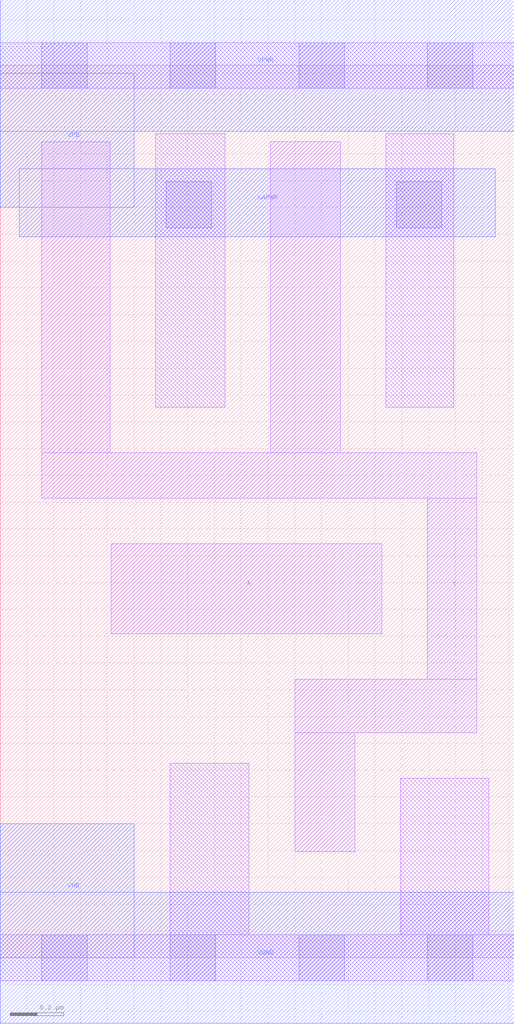
<source format=lef>
# Copyright 2020 The SkyWater PDK Authors
#
# Licensed under the Apache License, Version 2.0 (the "License");
# you may not use this file except in compliance with the License.
# You may obtain a copy of the License at
#
#     https://www.apache.org/licenses/LICENSE-2.0
#
# Unless required by applicable law or agreed to in writing, software
# distributed under the License is distributed on an "AS IS" BASIS,
# WITHOUT WARRANTIES OR CONDITIONS OF ANY KIND, either express or implied.
# See the License for the specific language governing permissions and
# limitations under the License.
#
# SPDX-License-Identifier: Apache-2.0

VERSION 5.5 ;
NAMESCASESENSITIVE ON ;
BUSBITCHARS "[]" ;
DIVIDERCHAR "/" ;
MACRO sky130_fd_sc_lp__invkapwr_2
  CLASS CORE ;
  SOURCE USER ;
  ORIGIN  0.000000  0.000000 ;
  SIZE  1.920000 BY  3.330000 ;
  SYMMETRY X Y ;
  SITE unit ;
  PIN A
    ANTENNAGATEAREA  0.693000 ;
    DIRECTION INPUT ;
    USE SIGNAL ;
    PORT
      LAYER li1 ;
        RECT 0.415000 1.210000 1.425000 1.545000 ;
    END
  END A
  PIN Y
    ANTENNADIFFAREA  0.804300 ;
    DIRECTION OUTPUT ;
    USE SIGNAL ;
    PORT
      LAYER li1 ;
        RECT 0.155000 1.715000 1.780000 1.885000 ;
        RECT 0.155000 1.885000 0.410000 3.045000 ;
        RECT 1.010000 1.885000 1.270000 3.045000 ;
        RECT 1.100000 0.395000 1.325000 0.840000 ;
        RECT 1.100000 0.840000 1.780000 1.040000 ;
        RECT 1.595000 1.040000 1.780000 1.715000 ;
    END
  END Y
  PIN KAPWR
    DIRECTION INOUT ;
    USE POWER ;
    PORT
      LAYER met1 ;
        RECT 0.070000 2.690000 1.850000 2.945000 ;
    END
  END KAPWR
  PIN VGND
    DIRECTION INOUT ;
    USE GROUND ;
    PORT
      LAYER met1 ;
        RECT 0.000000 -0.245000 1.920000 0.245000 ;
    END
  END VGND
  PIN VNB
    DIRECTION INOUT ;
    USE GROUND ;
    PORT
      LAYER met1 ;
        RECT 0.000000 0.000000 0.500000 0.500000 ;
    END
  END VNB
  PIN VPB
    DIRECTION INOUT ;
    USE POWER ;
    PORT
      LAYER met1 ;
        RECT 0.000000 2.800000 0.500000 3.300000 ;
    END
  END VPB
  PIN VPWR
    DIRECTION INOUT ;
    USE POWER ;
    PORT
      LAYER met1 ;
        RECT 0.000000 3.085000 1.920000 3.575000 ;
    END
  END VPWR
  OBS
    LAYER li1 ;
      RECT 0.000000 -0.085000 1.920000 0.085000 ;
      RECT 0.000000  3.245000 1.920000 3.415000 ;
      RECT 0.580000  2.055000 0.840000 3.075000 ;
      RECT 0.635000  0.085000 0.930000 0.725000 ;
      RECT 1.440000  2.055000 1.695000 3.075000 ;
      RECT 1.495000  0.085000 1.825000 0.670000 ;
    LAYER mcon ;
      RECT 0.155000 -0.085000 0.325000 0.085000 ;
      RECT 0.155000  3.245000 0.325000 3.415000 ;
      RECT 0.620000  2.725000 0.790000 2.895000 ;
      RECT 0.635000 -0.085000 0.805000 0.085000 ;
      RECT 0.635000  3.245000 0.805000 3.415000 ;
      RECT 1.115000 -0.085000 1.285000 0.085000 ;
      RECT 1.115000  3.245000 1.285000 3.415000 ;
      RECT 1.480000  2.725000 1.650000 2.895000 ;
      RECT 1.595000 -0.085000 1.765000 0.085000 ;
      RECT 1.595000  3.245000 1.765000 3.415000 ;
  END
END sky130_fd_sc_lp__invkapwr_2

</source>
